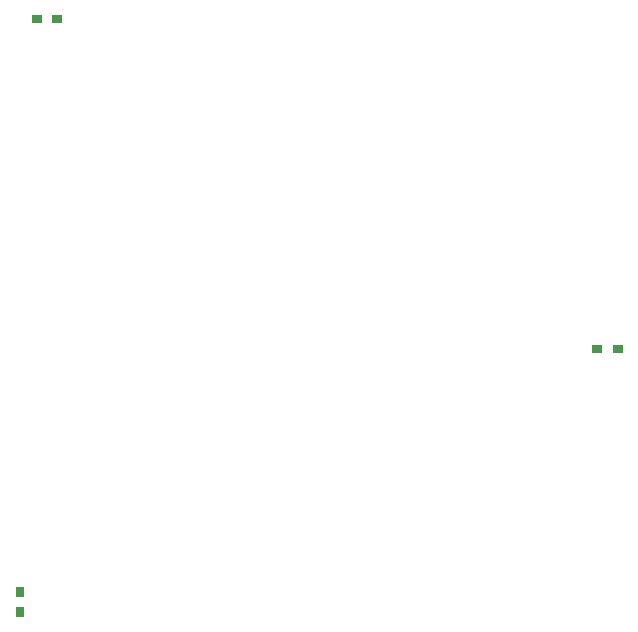
<source format=gbr>
%TF.GenerationSoftware,Novarm,DipTrace,3.3.0.1*%
%TF.CreationDate,2018-11-14T10:16:26-08:00*%
%FSLAX26Y26*%
%MOIN*%
%TF.FileFunction,Paste,Top*%
%TF.Part,Single*%
%ADD32R,0.03149X0.035427*%
%ADD34R,0.035427X0.03149*%
G75*
G01*
%LPD*%
D34*
X1118700Y2468700D3*
X1051771D3*
X2918700Y1368700D3*
X2985629D3*
D32*
X993700Y493700D3*
Y560629D3*
M02*

</source>
